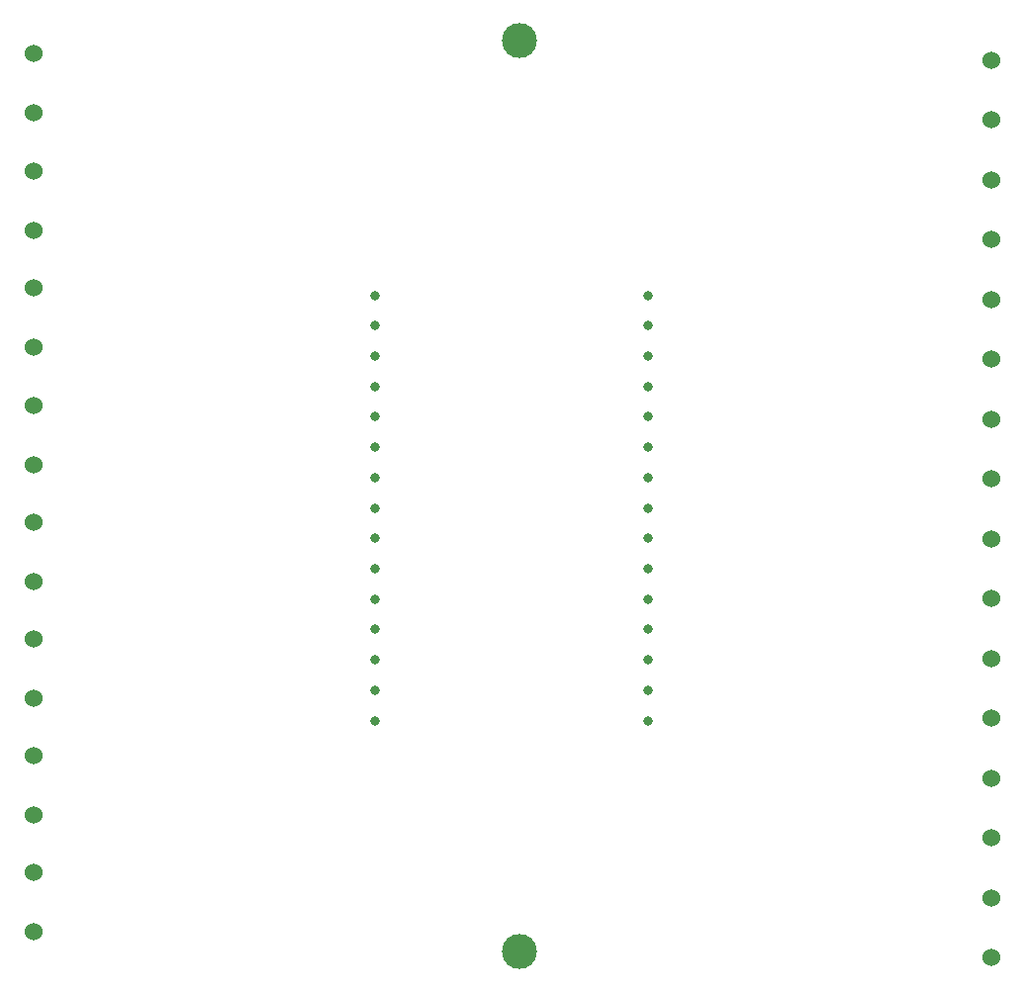
<source format=gbr>
G04 PROTEUS GERBER X2 FILE*
%TF.GenerationSoftware,Labcenter,Proteus,8.10-SP3-Build29560*%
%TF.CreationDate,2021-05-28T11:11:34+00:00*%
%TF.FileFunction,Plated,0,2,PTH*%
%TF.FilePolarity,Positive*%
%TF.Part,Single*%
%TF.SameCoordinates,{0c21fc26-f907-4c27-8847-3eb6f3dc584d}*%
%FSLAX45Y45*%
%MOMM*%
G01*
%TA.AperFunction,ComponentDrill*%
%ADD22C,1.524000*%
%TA.AperFunction,ComponentDrill*%
%ADD23C,0.812800*%
%TA.AperFunction,OtherDrill,Unknown*%
%ADD24C,3.000000*%
%TD.AperFunction*%
D22*
X-5324000Y+11792000D03*
X-5324000Y+11284000D03*
X-5324000Y+10768000D03*
X-5324000Y+10260000D03*
X-5324000Y+9744000D03*
X-5324000Y+9236000D03*
X-5324000Y+8720000D03*
X-5324000Y+8212000D03*
X-5324000Y+7696000D03*
X-5324000Y+7188000D03*
X-5324000Y+6672000D03*
X-5324000Y+6164000D03*
X-5324000Y+5648000D03*
X-5324000Y+5140000D03*
X-5324000Y+4624000D03*
X-5324000Y+4116000D03*
D23*
X-10600000Y+9780000D03*
X-10600000Y+9520000D03*
X-10600000Y+9260000D03*
X-10600000Y+9000000D03*
X-10600000Y+8740000D03*
X-10600000Y+8480000D03*
X-10600000Y+8220000D03*
X-10600000Y+7960000D03*
X-10600000Y+7700000D03*
X-10600000Y+7440000D03*
X-10600000Y+7180000D03*
X-10600000Y+6920000D03*
X-10600000Y+6660000D03*
X-10600000Y+6400000D03*
X-10600000Y+6140000D03*
X-8260000Y+9780000D03*
X-8260000Y+9520000D03*
X-8260000Y+9260000D03*
X-8260000Y+9000000D03*
X-8260000Y+8740000D03*
X-8260000Y+8480000D03*
X-8260000Y+8220000D03*
X-8260000Y+7960000D03*
X-8260000Y+7700000D03*
X-8260000Y+7440000D03*
X-8260000Y+7180000D03*
X-8260000Y+6920000D03*
X-8260000Y+6660000D03*
X-8260000Y+6400000D03*
X-8260000Y+6140000D03*
D22*
X-13520000Y+11848000D03*
X-13520000Y+11340000D03*
X-13520000Y+10840000D03*
X-13520000Y+10332000D03*
X-13520000Y+9840000D03*
X-13520000Y+9332000D03*
X-13520000Y+8840000D03*
X-13520000Y+8332000D03*
X-13520000Y+7840000D03*
X-13520000Y+7332000D03*
X-13520000Y+6840000D03*
X-13520000Y+6332000D03*
X-13520000Y+5840000D03*
X-13520000Y+5332000D03*
X-13520000Y+4840000D03*
X-13520000Y+4332000D03*
D24*
X-9360000Y+11960000D03*
X-9360000Y+4160000D03*
M02*

</source>
